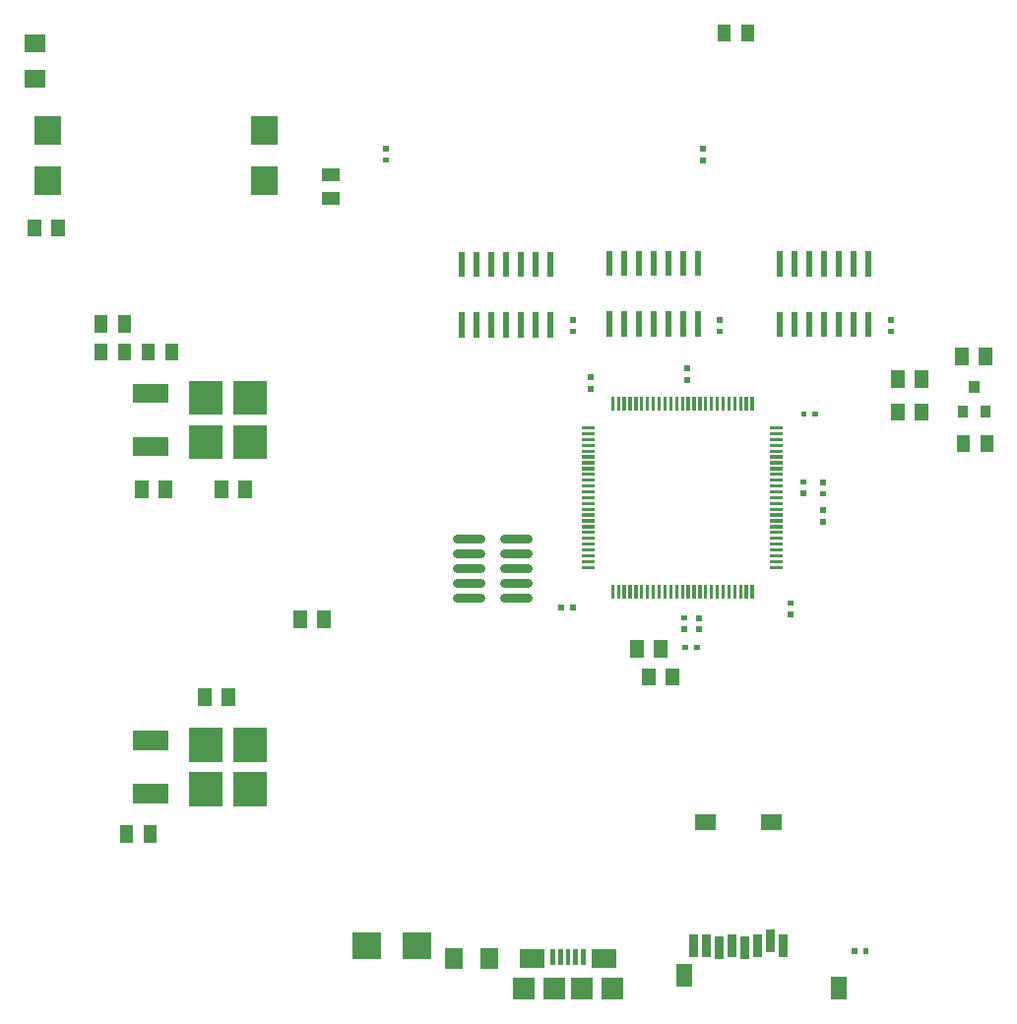
<source format=gtp>
G04 start of page 15 for group -4015 idx -4015 *
G04 Title: (unknown), toppaste *
G04 Creator: pcb 20140316 *
G04 CreationDate: Sun 31 Aug 2014 13:13:45 GMT UTC *
G04 For: michael *
G04 Format: Gerber/RS-274X *
G04 PCB-Dimensions (mil): 3930.00 3937.00 *
G04 PCB-Coordinate-Origin: lower left *
%MOIN*%
%FSLAX25Y25*%
%LNTOPPASTE*%
%ADD197R,0.0551X0.0551*%
%ADD196R,0.0315X0.0315*%
%ADD195R,0.0650X0.0650*%
%ADD194R,0.0110X0.0110*%
%ADD193R,0.0600X0.0600*%
%ADD192R,0.0906X0.0906*%
%ADD191C,0.0290*%
%ADD190R,0.0709X0.0709*%
%ADD189R,0.0630X0.0630*%
%ADD188R,0.0158X0.0158*%
%ADD187C,0.0001*%
%ADD186R,0.0200X0.0200*%
%ADD185R,0.0450X0.0450*%
%ADD184R,0.0340X0.0340*%
G54D184*X328809Y201809D02*Y201209D01*
X336609Y201809D02*Y201209D01*
X332709Y210009D02*Y209409D01*
G54D185*X248000Y330400D02*Y329000D01*
X256000Y330400D02*Y329000D01*
X14500Y264400D02*Y263000D01*
X22500Y264400D02*Y263000D01*
G54D186*X239300Y254950D02*Y248450D01*
X234300Y254950D02*Y248450D01*
X229300Y254950D02*Y248450D01*
X224300Y254950D02*Y248450D01*
X219300Y254950D02*Y248450D01*
X214300Y254950D02*Y248450D01*
X209300Y254950D02*Y248450D01*
Y234450D02*Y227950D01*
X214300Y234450D02*Y227950D01*
X219300Y234450D02*Y227950D01*
X224300Y234450D02*Y227950D01*
X229300Y234450D02*Y227950D01*
X234300Y234450D02*Y227950D01*
X239300Y234450D02*Y227950D01*
G54D187*G36*
X295078Y19785D02*Y17816D01*
X297047D01*
Y19785D01*
X295078D01*
G37*
G36*
X291141D02*Y17816D01*
X293110D01*
Y19785D01*
X291141D01*
G37*
G54D186*X297000Y254700D02*Y248200D01*
X292000Y254700D02*Y248200D01*
X287000Y254700D02*Y248200D01*
X282000Y254700D02*Y248200D01*
X277000Y254700D02*Y248200D01*
X272000Y254700D02*Y248200D01*
X267000Y254700D02*Y248200D01*
Y234200D02*Y227700D01*
X272000Y234200D02*Y227700D01*
X277000Y234200D02*Y227700D01*
X282000Y234200D02*Y227700D01*
X287000Y234200D02*Y227700D01*
X292000Y234200D02*Y227700D01*
X297000Y234200D02*Y227700D01*
X189200Y254550D02*Y248050D01*
X184200Y254550D02*Y248050D01*
X179200Y254550D02*Y248050D01*
X174200Y254550D02*Y248050D01*
X169200Y254550D02*Y248050D01*
X164200Y254550D02*Y248050D01*
X159200Y254550D02*Y248050D01*
Y234050D02*Y227550D01*
X164200Y234050D02*Y227550D01*
X169200Y234050D02*Y227550D01*
X174200Y234050D02*Y227550D01*
X179200Y234050D02*Y227550D01*
X184200Y234050D02*Y227550D01*
X189200Y234050D02*Y227550D01*
G54D185*X222641Y112378D02*Y110978D01*
X230641Y112378D02*Y110978D01*
G54D188*X195225Y18602D02*Y14862D01*
X200343Y18602D02*Y14862D01*
X190107Y18602D02*Y14862D01*
X197784Y18602D02*Y14862D01*
X192666Y18602D02*Y14862D01*
G54D189*X182036Y16240D02*X184004D01*
X206445D02*X208414D01*
G54D190*X180264Y6397D02*Y6003D01*
G54D187*G36*
X186760Y9940D02*Y2460D01*
X194240D01*
Y9940D01*
X186760D01*
G37*
G36*
X196209D02*Y2460D01*
X203689D01*
Y9940D01*
X196209D01*
G37*
G54D190*X210185Y6397D02*Y6003D01*
G54D185*X218600Y121800D02*Y120400D01*
X226600Y121800D02*Y120400D01*
G54D191*X173578Y138391D02*X181678D01*
X173578Y143391D02*X181678D01*
X173578Y148391D02*X181678D01*
X173578Y153391D02*X181678D01*
X173578Y158391D02*X181678D01*
X157578Y138391D02*X165678D01*
X157578Y143391D02*X165678D01*
X157578Y148391D02*X165678D01*
X157578Y153391D02*X165678D01*
X157578Y158391D02*X165678D01*
G54D185*X104500Y131900D02*Y130500D01*
X112500Y131900D02*Y130500D01*
G54D187*G36*
X192016Y136184D02*Y134215D01*
X193985D01*
Y136184D01*
X192016D01*
G37*
G36*
X195953D02*Y134215D01*
X197922D01*
Y136184D01*
X195953D01*
G37*
G36*
X237952Y122685D02*Y120716D01*
X239921D01*
Y122685D01*
X237952D01*
G37*
G36*
X234015D02*Y120716D01*
X235984D01*
Y122685D01*
X234015D01*
G37*
G36*
X238721Y128698D02*Y126729D01*
X240690D01*
Y128698D01*
X238721D01*
G37*
G36*
Y132635D02*Y130666D01*
X240690D01*
Y132635D01*
X238721D01*
G37*
G36*
X278015Y201685D02*Y199716D01*
X279984D01*
Y201685D01*
X278015D01*
G37*
G36*
X274078D02*Y199716D01*
X276047D01*
Y201685D01*
X274078D01*
G37*
G36*
X196015Y233621D02*Y231652D01*
X197984D01*
Y233621D01*
X196015D01*
G37*
G36*
Y229684D02*Y227715D01*
X197984D01*
Y229684D01*
X196015D01*
G37*
G36*
X303515Y233621D02*Y231652D01*
X305484D01*
Y233621D01*
X303515D01*
G37*
G36*
Y229684D02*Y227715D01*
X305484D01*
Y229684D01*
X303515D01*
G37*
G36*
X234515Y217121D02*Y215152D01*
X236484D01*
Y217121D01*
X234515D01*
G37*
G36*
Y213184D02*Y211215D01*
X236484D01*
Y213184D01*
X234515D01*
G37*
G36*
X233579Y128748D02*Y126779D01*
X235548D01*
Y128748D01*
X233579D01*
G37*
G36*
Y132685D02*Y130716D01*
X235548D01*
Y132685D01*
X233579D01*
G37*
G36*
X245515Y233621D02*Y231652D01*
X247484D01*
Y233621D01*
X245515D01*
G37*
G36*
Y229684D02*Y227715D01*
X247484D01*
Y229684D01*
X245515D01*
G37*
G36*
X202015Y214184D02*Y212215D01*
X203984D01*
Y214184D01*
X202015D01*
G37*
G36*
Y210247D02*Y208278D01*
X203984D01*
Y210247D01*
X202015D01*
G37*
G36*
X269516Y133748D02*Y131779D01*
X271485D01*
Y133748D01*
X269516D01*
G37*
G36*
Y137685D02*Y135716D01*
X271485D01*
Y137685D01*
X269516D01*
G37*
G54D192*X19000Y280164D02*Y279377D01*
Y297093D02*Y296306D01*
G54D193*X14100Y326300D02*X15100D01*
X14100Y314300D02*X15100D01*
G54D192*X92500Y280094D02*Y279307D01*
Y297023D02*Y296236D01*
G54D193*X168400Y16900D02*Y15900D01*
X156400Y16900D02*Y15900D01*
G54D192*X126677Y20700D02*X127464D01*
X143606D02*X144393D01*
G54D185*X314900Y202100D02*Y200700D01*
X306900Y202100D02*Y200700D01*
X314859Y213122D02*Y211722D01*
X306859Y213122D02*Y211722D01*
G54D187*G36*
X280515Y178621D02*Y176652D01*
X282484D01*
Y178621D01*
X280515D01*
G37*
G36*
Y174684D02*Y172715D01*
X282484D01*
Y174684D01*
X280515D01*
G37*
G36*
X274015Y178684D02*Y176715D01*
X275984D01*
Y178684D01*
X274015D01*
G37*
G36*
Y174747D02*Y172778D01*
X275984D01*
Y174747D01*
X274015D01*
G37*
G36*
X280516Y165248D02*Y163279D01*
X282485D01*
Y165248D01*
X280516D01*
G37*
G36*
Y169185D02*Y167216D01*
X282485D01*
Y169185D01*
X280516D01*
G37*
G54D194*X200453Y196017D02*X203843D01*
X200453Y194049D02*X203843D01*
X200453Y192080D02*X203843D01*
X200453Y190112D02*X203843D01*
X200453Y188143D02*X203843D01*
X200453Y186175D02*X203843D01*
X200453Y184206D02*X203843D01*
X200453Y182238D02*X203843D01*
X200453Y180269D02*X203843D01*
X200453Y178301D02*X203843D01*
X200453Y176332D02*X203843D01*
X200453Y174364D02*X203843D01*
X200453Y172395D02*X203843D01*
X200453Y170427D02*X203843D01*
X200453Y168458D02*X203843D01*
X200453Y166490D02*X203843D01*
X200453Y164521D02*X203843D01*
X200453Y162553D02*X203843D01*
X200453Y160584D02*X203843D01*
X200453Y158616D02*X203843D01*
X200453Y156647D02*X203843D01*
X200453Y154679D02*X203843D01*
X200453Y152710D02*X203843D01*
X200453Y150742D02*X203843D01*
X200453Y148773D02*X203843D01*
X210331Y142285D02*Y138895D01*
X212299Y142285D02*Y138895D01*
X214268Y142285D02*Y138895D01*
X216236Y142285D02*Y138895D01*
X218205Y142285D02*Y138895D01*
X220173Y142285D02*Y138895D01*
X222142Y142285D02*Y138895D01*
X224110Y142285D02*Y138895D01*
X226079Y142285D02*Y138895D01*
X228047Y142285D02*Y138895D01*
X230016Y142285D02*Y138895D01*
X231984Y142285D02*Y138895D01*
X233953Y142285D02*Y138895D01*
X235921Y142285D02*Y138895D01*
X237890Y142285D02*Y138895D01*
X239858Y142285D02*Y138895D01*
X241827Y142285D02*Y138895D01*
X243795Y142285D02*Y138895D01*
X245764Y142285D02*Y138895D01*
X247732Y142285D02*Y138895D01*
X249701Y142285D02*Y138895D01*
X251669Y142285D02*Y138895D01*
X253638Y142285D02*Y138895D01*
X255606Y142285D02*Y138895D01*
X257575Y142285D02*Y138895D01*
X264063Y148773D02*X267453D01*
X264063Y150741D02*X267453D01*
X264063Y152710D02*X267453D01*
X264063Y154678D02*X267453D01*
X264063Y156647D02*X267453D01*
X264063Y158615D02*X267453D01*
X264063Y160584D02*X267453D01*
X264063Y162552D02*X267453D01*
X264063Y164521D02*X267453D01*
X264063Y166489D02*X267453D01*
X264063Y168458D02*X267453D01*
X264063Y170426D02*X267453D01*
X264063Y172395D02*X267453D01*
X264063Y174363D02*X267453D01*
X264063Y176332D02*X267453D01*
X264063Y178300D02*X267453D01*
X264063Y180269D02*X267453D01*
X264063Y182237D02*X267453D01*
X264063Y184206D02*X267453D01*
X264063Y186174D02*X267453D01*
X264063Y188143D02*X267453D01*
X264063Y190111D02*X267453D01*
X264063Y192080D02*X267453D01*
X264063Y194048D02*X267453D01*
X264063Y196017D02*X267453D01*
X257575Y205895D02*Y202505D01*
X255607Y205895D02*Y202505D01*
X253638Y205895D02*Y202505D01*
X251670Y205895D02*Y202505D01*
X249701Y205895D02*Y202505D01*
X247733Y205895D02*Y202505D01*
X245764Y205895D02*Y202505D01*
X243796Y205895D02*Y202505D01*
X241827Y205895D02*Y202505D01*
X239859Y205895D02*Y202505D01*
X237890Y205895D02*Y202505D01*
X235922Y205895D02*Y202505D01*
X233953Y205895D02*Y202505D01*
X231985Y205895D02*Y202505D01*
X230016Y205895D02*Y202505D01*
X228048Y205895D02*Y202505D01*
X226079Y205895D02*Y202505D01*
X224111Y205895D02*Y202505D01*
X222142Y205895D02*Y202505D01*
X220174Y205895D02*Y202505D01*
X218205Y205895D02*Y202505D01*
X216237Y205895D02*Y202505D01*
X214268Y205895D02*Y202505D01*
X212300Y205895D02*Y202505D01*
X210331Y205895D02*Y202505D01*
G54D185*X72206Y105680D02*Y104280D01*
X80206Y105680D02*Y104280D01*
G54D187*G36*
X81750Y79450D02*Y67950D01*
X93250D01*
Y79450D01*
X81750D01*
G37*
G36*
Y94450D02*Y82950D01*
X93250D01*
Y94450D01*
X81750D01*
G37*
G36*
X66750Y79450D02*Y67950D01*
X78250D01*
Y79450D01*
X66750D01*
G37*
G36*
Y94450D02*Y82950D01*
X78250D01*
Y94450D01*
X66750D01*
G37*
G54D195*X51000Y72200D02*X56500D01*
X51000Y90200D02*X56500D01*
G54D185*X45706Y59180D02*Y57780D01*
X53706Y59180D02*Y57780D01*
G54D187*G36*
X81750Y196950D02*Y185450D01*
X93250D01*
Y196950D01*
X81750D01*
G37*
G36*
Y211950D02*Y200450D01*
X93250D01*
Y211950D01*
X81750D01*
G37*
G36*
X66750Y196950D02*Y185450D01*
X78250D01*
Y196950D01*
X66750D01*
G37*
G36*
Y211950D02*Y200450D01*
X78250D01*
Y211950D01*
X66750D01*
G37*
G54D195*X51000Y189700D02*X56500D01*
X51000Y207700D02*X56500D01*
G54D185*X77823Y175912D02*Y174512D01*
X85823Y175912D02*Y174512D01*
X58823Y175912D02*Y174512D01*
X50823Y175912D02*Y174512D01*
X114300Y281700D02*X115700D01*
X114300Y273700D02*X115700D01*
G54D196*X268055Y23101D02*Y18601D01*
X263724Y24676D02*Y20176D01*
X259394Y23101D02*Y18601D01*
X255063Y22313D02*Y17813D01*
X250732Y23101D02*Y18601D01*
X246402Y22313D02*Y17813D01*
X242071Y23101D02*Y18601D01*
X237740Y23101D02*Y18601D01*
G54D197*X234591Y11683D02*Y9715D01*
X240890Y62471D02*X242465D01*
X263331D02*X264906D01*
X286953Y7353D02*Y5384D01*
G54D185*X329000Y191400D02*Y190000D01*
X337000Y191400D02*Y190000D01*
X328500Y220900D02*Y219500D01*
X336500Y220900D02*Y219500D01*
X37000Y231900D02*Y230500D01*
X45000Y231900D02*Y230500D01*
X37000Y222400D02*Y221000D01*
X45000Y222400D02*Y221000D01*
X53000Y222400D02*Y221000D01*
X61000Y222400D02*Y221000D01*
G54D187*G36*
X132515Y291621D02*Y289652D01*
X134484D01*
Y291621D01*
X132515D01*
G37*
G36*
Y287684D02*Y285715D01*
X134484D01*
Y287684D01*
X132515D01*
G37*
G36*
X240050Y291556D02*Y289588D01*
X242020D01*
Y291556D01*
X240050D01*
G37*
G36*
Y287620D02*Y285650D01*
X242020D01*
Y287620D01*
X240050D01*
G37*
M02*

</source>
